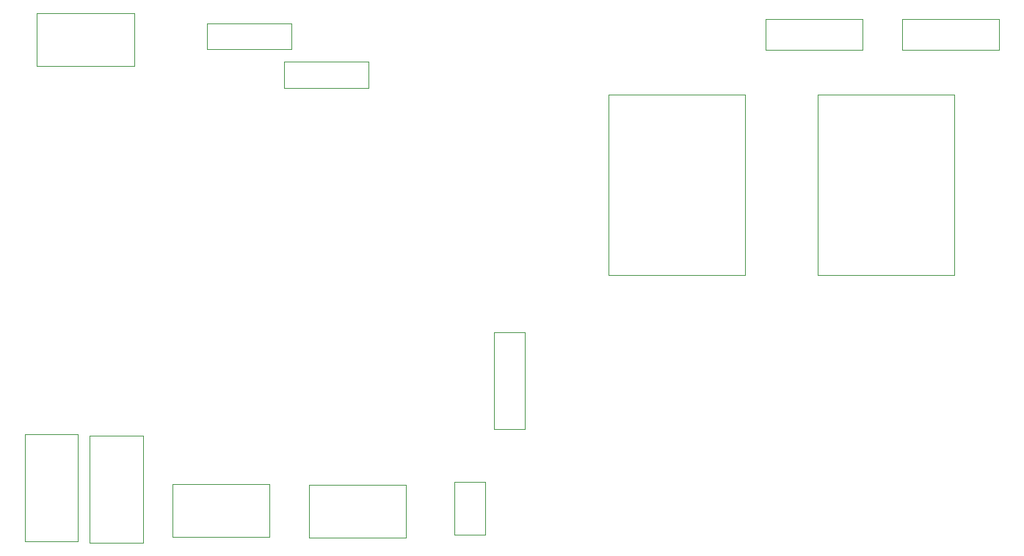
<source format=gbr>
%TF.GenerationSoftware,KiCad,Pcbnew,5.1.9-73d0e3b20d~88~ubuntu20.04.1*%
%TF.CreationDate,2021-04-10T15:21:01+02:00*%
%TF.ProjectId,pcb_central_unit,7063625f-6365-46e7-9472-616c5f756e69,rev?*%
%TF.SameCoordinates,Original*%
%TF.FileFunction,Other,User*%
%FSLAX46Y46*%
G04 Gerber Fmt 4.6, Leading zero omitted, Abs format (unit mm)*
G04 Created by KiCad (PCBNEW 5.1.9-73d0e3b20d~88~ubuntu20.04.1) date 2021-04-10 15:21:01*
%MOMM*%
%LPD*%
G01*
G04 APERTURE LIST*
%ADD10C,0.050000*%
G04 APERTURE END LIST*
D10*
%TO.C,U1*%
X133981000Y-94230000D02*
X133981000Y-73410000D01*
X118241000Y-94230000D02*
X133981000Y-94230000D01*
X118241000Y-73410000D02*
X133981000Y-73410000D01*
X118241000Y-94230000D02*
X118241000Y-73410000D01*
%TO.C,J2*%
X94891000Y-118469000D02*
X94891000Y-124569000D01*
X94891000Y-124569000D02*
X83691000Y-124569000D01*
X83691000Y-124569000D02*
X83691000Y-118469000D01*
X83691000Y-118469000D02*
X94891000Y-118469000D01*
%TO.C,U2*%
X158111000Y-94230000D02*
X158111000Y-73410000D01*
X142371000Y-94230000D02*
X158111000Y-94230000D01*
X142371000Y-73410000D02*
X158111000Y-73410000D01*
X142371000Y-94230000D02*
X142371000Y-73410000D01*
%TO.C,J6*%
X105007000Y-100816000D02*
X105007000Y-112016000D01*
X105007000Y-112016000D02*
X108607000Y-112016000D01*
X108607000Y-112016000D02*
X108607000Y-100816000D01*
X108607000Y-100816000D02*
X105007000Y-100816000D01*
%TO.C,J7*%
X104035000Y-118088000D02*
X100435000Y-118088000D01*
X104035000Y-124238000D02*
X104035000Y-118088000D01*
X100435000Y-124238000D02*
X104035000Y-124238000D01*
X100435000Y-118088000D02*
X100435000Y-124238000D01*
%TO.C,R2*%
X90585000Y-72620000D02*
X90585000Y-69620000D01*
X90585000Y-69620000D02*
X80865000Y-69620000D01*
X80865000Y-69620000D02*
X80865000Y-72620000D01*
X80865000Y-72620000D02*
X90585000Y-72620000D01*
%TO.C,R1*%
X81695000Y-68175000D02*
X81695000Y-65175000D01*
X81695000Y-65175000D02*
X71975000Y-65175000D01*
X71975000Y-65175000D02*
X71975000Y-68175000D01*
X71975000Y-68175000D02*
X81695000Y-68175000D01*
%TO.C,J9*%
X64538000Y-112754000D02*
X58388000Y-112754000D01*
X58388000Y-112754000D02*
X58388000Y-125104000D01*
X58388000Y-125104000D02*
X64538000Y-125104000D01*
X64538000Y-125104000D02*
X64538000Y-112754000D01*
%TO.C,J8*%
X57045000Y-112627000D02*
X50895000Y-112627000D01*
X50895000Y-112627000D02*
X50895000Y-124977000D01*
X50895000Y-124977000D02*
X57045000Y-124977000D01*
X57045000Y-124977000D02*
X57045000Y-112627000D01*
%TO.C,J5*%
X152124000Y-68221000D02*
X152124000Y-64671000D01*
X152124000Y-64671000D02*
X163324000Y-64671000D01*
X163324000Y-64671000D02*
X163324000Y-68221000D01*
X163324000Y-68221000D02*
X152124000Y-68221000D01*
%TO.C,J4*%
X136376000Y-68221000D02*
X136376000Y-64671000D01*
X136376000Y-64671000D02*
X147576000Y-64671000D01*
X147576000Y-64671000D02*
X147576000Y-68221000D01*
X147576000Y-68221000D02*
X136376000Y-68221000D01*
%TO.C,J3*%
X79143000Y-118342000D02*
X79143000Y-124442000D01*
X79143000Y-124442000D02*
X67943000Y-124442000D01*
X67943000Y-124442000D02*
X67943000Y-118342000D01*
X67943000Y-118342000D02*
X79143000Y-118342000D01*
%TO.C,J1*%
X63522000Y-63986000D02*
X63522000Y-70086000D01*
X63522000Y-70086000D02*
X52322000Y-70086000D01*
X52322000Y-70086000D02*
X52322000Y-63986000D01*
X52322000Y-63986000D02*
X63522000Y-63986000D01*
%TD*%
M02*

</source>
